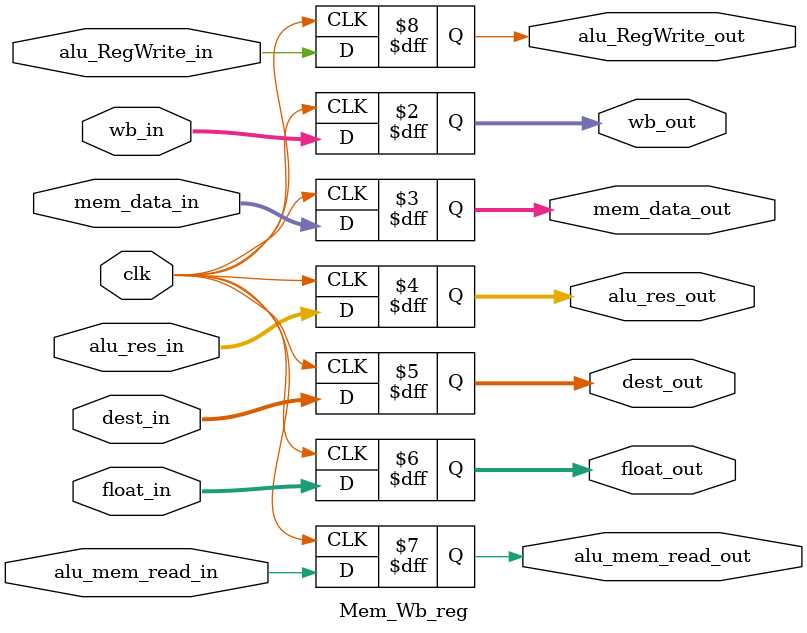
<source format=v>
module Mem_Wb_reg(wb_in,mem_data_in,alu_res_in,dest_in,float_in,alu_mem_read_in,alu_RegWrite_in,clk,wb_out,mem_data_out,dest_out,alu_res_out,float_out,alu_mem_read_out,alu_RegWrite_out);

input [3:0]wb_in;
input [31:0] mem_data_in;
input [63:0] alu_res_in;
input [4:0] dest_in;
input [1:0] float_in;
input alu_mem_read_in,alu_RegWrite_in;
input clk ;

output reg [3:0]wb_out;
output reg [31:0] mem_data_out;
output reg [63:0] alu_res_out;
output reg [4:0] dest_out; 
output reg [1:0] float_out;
output reg alu_mem_read_out,alu_RegWrite_out;
always @(posedge clk)
	begin
		wb_out <= wb_in;
		mem_data_out <= mem_data_in;
		dest_out <= dest_in;
		alu_res_out <= alu_res_in;
		float_out<=float_in;
		alu_mem_read_out <=alu_mem_read_in;
		alu_RegWrite_out<=alu_RegWrite_in;
	
	end


endmodule 
</source>
